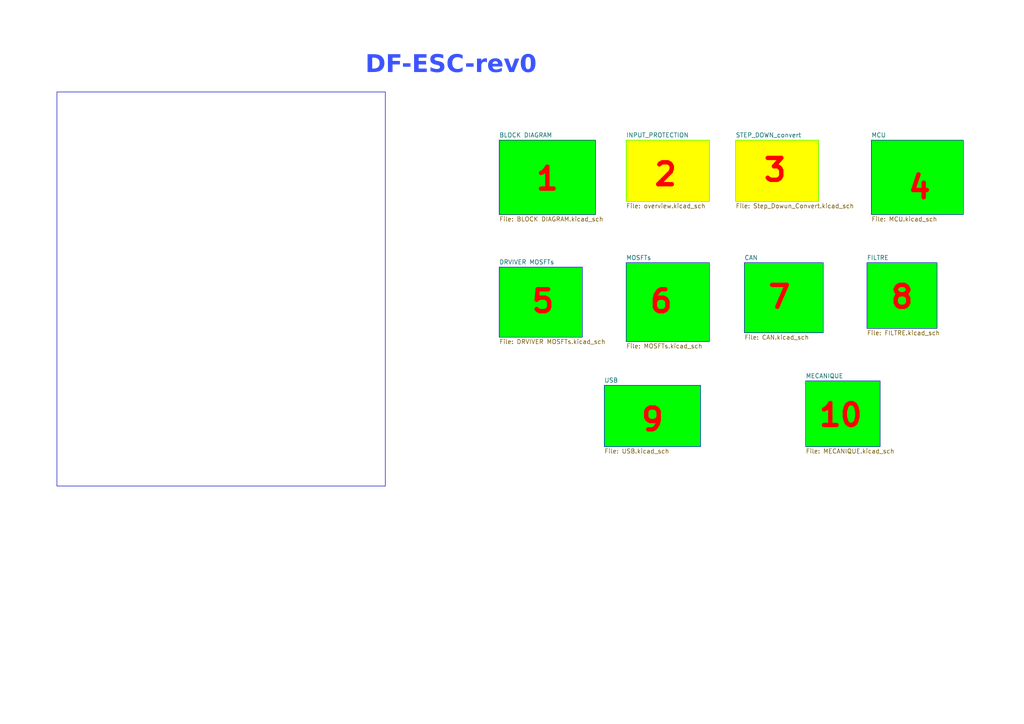
<source format=kicad_sch>
(kicad_sch
	(version 20231120)
	(generator "eeschema")
	(generator_version "8.0")
	(uuid "28f77b05-53a5-4f29-9b4d-d18dbf030970")
	(paper "A4")
	(title_block
		(title "CEO")
		(date "2024-06-15")
		(rev "RACHID RAHEL")
		(company "DR SYSTEMS")
		(comment 1 "board for education ")
		(comment 2 "manfucter by company DR SYSTEMS")
		(comment 3 "use for control esc drone")
	)
	(lib_symbols)
	(rectangle
		(start 16.51 26.67)
		(end 111.76 140.97)
		(stroke
			(width 0)
			(type default)
		)
		(fill
			(type none)
		)
		(uuid f35e2b82-6883-47ba-8b5f-bbccbdbc2c19)
	)
	(text "7"
		(exclude_from_sim no)
		(at 226.06 86.36 0)
		(effects
			(font
				(size 6.35 6.35)
				(thickness 1.27)
				(bold yes)
				(color 255 0 0 1)
			)
			(href "#07")
		)
		(uuid "1104d893-2a3f-4fcb-b833-4417c63507e5")
	)
	(text "2"
		(exclude_from_sim no)
		(at 193.04 50.8 0)
		(effects
			(font
				(size 6.35 6.35)
				(thickness 1.27)
				(bold yes)
				(color 255 0 0 1)
			)
			(href "#02")
		)
		(uuid "30810525-7cc0-47e5-aba6-a61d7ba3c5bd")
	)
	(text "9"
		(exclude_from_sim no)
		(at 189.23 121.92 0)
		(effects
			(font
				(size 6.35 6.35)
				(thickness 1.27)
				(bold yes)
				(color 255 0 0 1)
			)
		)
		(uuid "44300def-daa0-469c-934e-3b4c391ac0d0")
	)
	(text "4"
		(exclude_from_sim no)
		(at 266.7 54.61 0)
		(effects
			(font
				(size 6.35 6.35)
				(thickness 1.27)
				(bold yes)
				(color 255 0 0 1)
			)
			(href "#04")
		)
		(uuid "63d741f7-19b3-45bd-8c1e-d67f6b3d62b2")
	)
	(text "10"
		(exclude_from_sim no)
		(at 243.84 120.65 0)
		(effects
			(font
				(size 6.35 6.35)
				(thickness 1.27)
				(bold yes)
				(color 255 0 0 1)
			)
			(href "#010")
		)
		(uuid "85045c46-679e-4d53-b5a2-c8c778526c35")
	)
	(text "3"
		(exclude_from_sim no)
		(at 224.79 49.53 0)
		(effects
			(font
				(size 6.35 6.35)
				(thickness 1.27)
				(bold yes)
				(color 255 0 0 1)
			)
			(href "#03")
		)
		(uuid "90ff7605-4d5e-49d2-81b4-bd4162f7a404")
	)
	(text "6"
		(exclude_from_sim no)
		(at 191.77 87.63 0)
		(effects
			(font
				(size 6.35 6.35)
				(thickness 1.27)
				(bold yes)
				(color 255 0 0 1)
			)
			(href "#06")
		)
		(uuid "a4acdce7-55d5-48fc-a545-b1b319613320")
	)
	(text "5"
		(exclude_from_sim no)
		(at 157.48 87.63 0)
		(effects
			(font
				(size 6.35 6.35)
				(thickness 1.27)
				(bold yes)
				(color 255 0 0 1)
			)
			(href "#05")
		)
		(uuid "afc2f7e8-5051-4f8e-aaa6-be5127ce37d3")
	)
	(text "DF-ESC-rev0"
		(exclude_from_sim no)
		(at 130.81 20.32 0)
		(effects
			(font
				(face "Arial")
				(size 5.08 5.08)
				(thickness 0.254)
				(bold yes)
				(color 57 81 255 1)
			)
		)
		(uuid "dc0e39a6-e3a1-407f-b478-9f7da448eecf")
	)
	(text "8"
		(exclude_from_sim no)
		(at 261.62 86.36 0)
		(effects
			(font
				(size 6.35 6.35)
				(thickness 1.27)
				(bold yes)
				(color 255 0 0 1)
			)
		)
		(uuid "e3336fa4-eb6c-447a-9036-1f29d9739991")
	)
	(text "1"
		(exclude_from_sim no)
		(at 158.75 52.07 0)
		(effects
			(font
				(size 6.35 6.35)
				(thickness 1.27)
				(bold yes)
				(color 255 0 0 1)
			)
			(href "#01")
		)
		(uuid "ebc4515b-fc01-4e87-af7b-a33af0b2f76a")
	)
	(sheet
		(at 181.61 76.2)
		(size 24.13 22.86)
		(fields_autoplaced yes)
		(stroke
			(width 0.1524)
			(type solid)
			(color 0 0 194 1)
		)
		(fill
			(color 0 255 0 1.0000)
		)
		(uuid "1b2c0c5f-9828-48f6-8eaf-253e8ae08fa5")
		(property "Sheetname" "MOSFTs"
			(at 181.61 75.4884 0)
			(effects
				(font
					(size 1.27 1.27)
				)
				(justify left bottom)
			)
		)
		(property "Sheetfile" "MOSFTs.kicad_sch"
			(at 181.61 99.6446 0)
			(effects
				(font
					(size 1.27 1.27)
				)
				(justify left top)
			)
		)
		(instances
			(project "ControlA"
				(path "/28f77b05-53a5-4f29-9b4d-d18dbf030970"
					(page "06")
				)
			)
		)
	)
	(sheet
		(at 175.26 111.76)
		(size 27.94 17.78)
		(fields_autoplaced yes)
		(stroke
			(width 0.1524)
			(type solid)
			(color 0 0 255 1)
		)
		(fill
			(color 0 255 0 1.0000)
		)
		(uuid "27df3959-570c-44e1-8e59-6cf229e4e5fe")
		(property "Sheetname" "USB"
			(at 175.26 111.0484 0)
			(effects
				(font
					(size 1.27 1.27)
				)
				(justify left bottom)
			)
		)
		(property "Sheetfile" "USB.kicad_sch"
			(at 175.26 130.1246 0)
			(effects
				(font
					(size 1.27 1.27)
				)
				(justify left top)
			)
		)
		(instances
			(project "ControlA"
				(path "/28f77b05-53a5-4f29-9b4d-d18dbf030970"
					(page "09")
				)
			)
		)
	)
	(sheet
		(at 213.36 40.64)
		(size 24.13 17.78)
		(fields_autoplaced yes)
		(stroke
			(width 0.1524)
			(type solid)
			(color 0 255 0 1)
		)
		(fill
			(color 255 255 0 1.0000)
		)
		(uuid "29166dd5-a94a-4745-a5d4-a64846a7ffbb")
		(property "Sheetname" "STEP_DOWN_convert"
			(at 213.36 39.9284 0)
			(effects
				(font
					(size 1.27 1.27)
				)
				(justify left bottom)
			)
		)
		(property "Sheetfile" "Step_Dowun_Convert.kicad_sch"
			(at 213.36 59.0046 0)
			(effects
				(font
					(size 1.27 1.27)
				)
				(justify left top)
			)
		)
		(instances
			(project "ControlA"
				(path "/28f77b05-53a5-4f29-9b4d-d18dbf030970"
					(page "03")
				)
			)
		)
	)
	(sheet
		(at 233.68 110.49)
		(size 21.59 19.05)
		(fields_autoplaced yes)
		(stroke
			(width 0.1524)
			(type solid)
			(color 0 0 194 1)
		)
		(fill
			(color 0 255 0 1.0000)
		)
		(uuid "5b68e256-6d9a-47ef-8d04-b5704e0117e8")
		(property "Sheetname" "MECANIQUE"
			(at 233.68 109.7784 0)
			(effects
				(font
					(size 1.27 1.27)
				)
				(justify left bottom)
			)
		)
		(property "Sheetfile" "MECANIQUE.kicad_sch"
			(at 233.68 130.1246 0)
			(effects
				(font
					(size 1.27 1.27)
				)
				(justify left top)
			)
		)
		(instances
			(project "ControlA"
				(path "/28f77b05-53a5-4f29-9b4d-d18dbf030970"
					(page "010")
				)
			)
		)
	)
	(sheet
		(at 215.9 76.2)
		(size 22.86 20.32)
		(fields_autoplaced yes)
		(stroke
			(width 0.1524)
			(type solid)
			(color 0 0 194 1)
		)
		(fill
			(color 0 255 0 1.0000)
		)
		(uuid "5f009477-0f32-42e0-be3b-4d4dc3923b3d")
		(property "Sheetname" "CAN"
			(at 215.9 75.4884 0)
			(effects
				(font
					(size 1.27 1.27)
				)
				(justify left bottom)
			)
		)
		(property "Sheetfile" "CAN.kicad_sch"
			(at 215.9 97.1046 0)
			(effects
				(font
					(size 1.27 1.27)
				)
				(justify left top)
			)
		)
		(instances
			(project "ControlA"
				(path "/28f77b05-53a5-4f29-9b4d-d18dbf030970"
					(page "07")
				)
			)
		)
	)
	(sheet
		(at 144.78 40.64)
		(size 27.94 21.59)
		(fields_autoplaced yes)
		(stroke
			(width 0.1524)
			(type solid)
			(color 0 0 132 1)
		)
		(fill
			(color 0 255 0 1.0000)
		)
		(uuid "6e18106b-ec4c-489b-a186-c3d0a9c9e81f")
		(property "Sheetname" "BLOCK DIAGRAM"
			(at 144.78 39.9284 0)
			(effects
				(font
					(size 1.27 1.27)
				)
				(justify left bottom)
			)
		)
		(property "Sheetfile" "BLOCK DIAGRAM.kicad_sch"
			(at 144.78 62.8146 0)
			(effects
				(font
					(size 1.27 1.27)
				)
				(justify left top)
			)
		)
		(instances
			(project "ControlA"
				(path "/28f77b05-53a5-4f29-9b4d-d18dbf030970"
					(page "01")
				)
			)
		)
	)
	(sheet
		(at 181.61 40.64)
		(size 24.13 17.78)
		(fields_autoplaced yes)
		(stroke
			(width 0.1524)
			(type solid)
			(color 0 255 0 1)
		)
		(fill
			(color 255 255 0 1.0000)
		)
		(uuid "8b90f1aa-83f4-48c7-b45b-eecece8cbc1b")
		(property "Sheetname" "INPUT_PROTECTION"
			(at 181.61 39.9284 0)
			(effects
				(font
					(size 1.27 1.27)
				)
				(justify left bottom)
			)
		)
		(property "Sheetfile" "overview.kicad_sch"
			(at 181.61 59.0046 0)
			(effects
				(font
					(size 1.27 1.27)
				)
				(justify left top)
			)
		)
		(instances
			(project "ControlA"
				(path "/28f77b05-53a5-4f29-9b4d-d18dbf030970"
					(page "02")
				)
			)
		)
	)
	(sheet
		(at 252.73 40.64)
		(size 26.67 21.59)
		(fields_autoplaced yes)
		(stroke
			(width 0.1524)
			(type solid)
			(color 0 0 194 1)
		)
		(fill
			(color 0 255 0 1.0000)
		)
		(uuid "a6064041-ecb6-4b5c-a3b1-f3c20e6d8583")
		(property "Sheetname" "MCU"
			(at 252.73 39.9284 0)
			(effects
				(font
					(size 1.27 1.27)
				)
				(justify left bottom)
			)
		)
		(property "Sheetfile" "MCU.kicad_sch"
			(at 252.73 62.8146 0)
			(effects
				(font
					(size 1.27 1.27)
				)
				(justify left top)
			)
		)
		(instances
			(project "ControlA"
				(path "/28f77b05-53a5-4f29-9b4d-d18dbf030970"
					(page "04")
				)
			)
		)
	)
	(sheet
		(at 251.46 76.2)
		(size 20.32 19.05)
		(fields_autoplaced yes)
		(stroke
			(width 0.1524)
			(type solid)
			(color 0 0 194 1)
		)
		(fill
			(color 0 255 0 1.0000)
		)
		(uuid "e0179b22-6a1f-4dbe-b03d-30d40e39b9bd")
		(property "Sheetname" "FILTRE"
			(at 251.46 75.4884 0)
			(effects
				(font
					(size 1.27 1.27)
				)
				(justify left bottom)
			)
		)
		(property "Sheetfile" "FILTRE.kicad_sch"
			(at 251.46 95.8346 0)
			(effects
				(font
					(size 1.27 1.27)
				)
				(justify left top)
			)
		)
		(instances
			(project "ControlA"
				(path "/28f77b05-53a5-4f29-9b4d-d18dbf030970"
					(page "08")
				)
			)
		)
	)
	(sheet
		(at 144.78 77.47)
		(size 24.13 20.32)
		(fields_autoplaced yes)
		(stroke
			(width 0.1524)
			(type solid)
			(color 0 0 194 1)
		)
		(fill
			(color 0 255 0 1.0000)
		)
		(uuid "e5671236-105d-4bf6-b18f-ceea8316af94")
		(property "Sheetname" "DRVIVER MOSFTs"
			(at 144.78 76.7584 0)
			(effects
				(font
					(size 1.27 1.27)
				)
				(justify left bottom)
			)
		)
		(property "Sheetfile" "DRVIVER MOSFTs.kicad_sch"
			(at 144.78 98.3746 0)
			(effects
				(font
					(size 1.27 1.27)
				)
				(justify left top)
			)
		)
		(instances
			(project "ControlA"
				(path "/28f77b05-53a5-4f29-9b4d-d18dbf030970"
					(page "05")
				)
			)
		)
	)
	(sheet_instances
		(path "/"
			(page "1")
		)
	)
)

</source>
